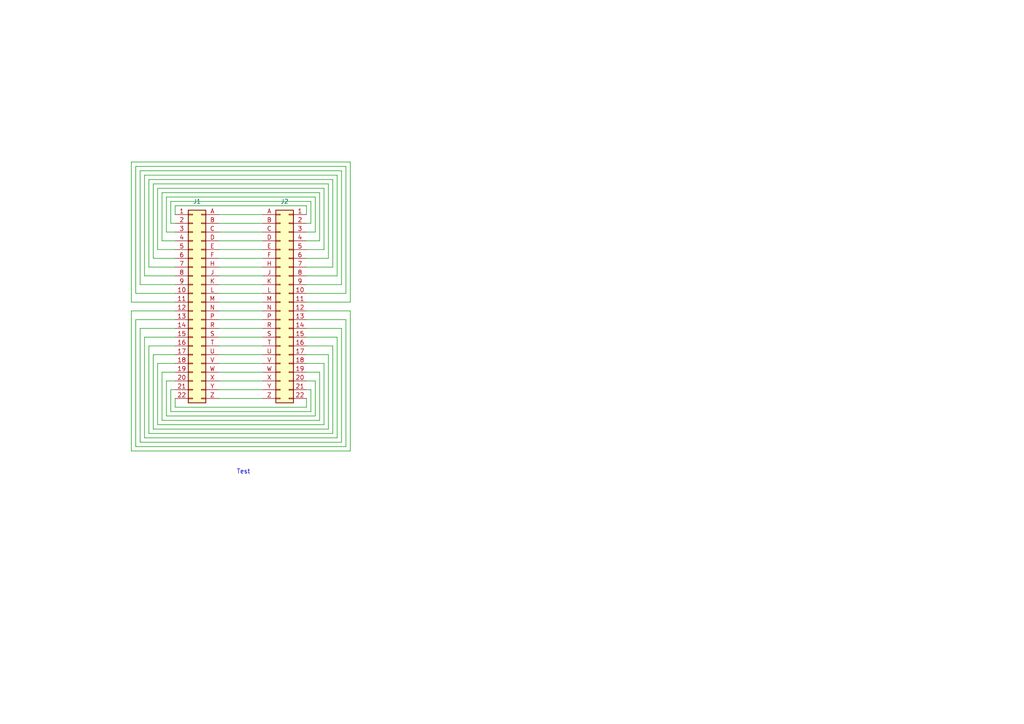
<source format=kicad_sch>
(kicad_sch (version 20231120) (generator "eeschema") (generator_version "8.0")
  (paper "A4")
  (lib_symbols
    (symbol "kim1:Application_Conn_02x22_Top_Bottom" (pin_names (offset 1.016) hide)
      (property "Reference" "J4" (at 1.27 29.21 0))
      (symbol "Application_Conn_02x22_Top_Bottom_1_1"
        (rectangle (start -1.27 -27.813) (end 0 -28.067) (stroke (width 0.1524)))
        (rectangle (start -1.27 -25.273) (end 0 -25.527) (stroke (width 0.1524)))
        (rectangle (start -1.27 -22.733) (end 0 -22.987) (stroke (width 0.1524)))
        (rectangle (start -1.27 -20.193) (end 0 -20.447) (stroke (width 0.1524)))
        (rectangle (start -1.27 -17.653) (end 0 -17.907) (stroke (width 0.1524)))
        (rectangle (start -1.27 -15.113) (end 0 -15.367) (stroke (width 0.1524)))
        (rectangle (start -1.27 -12.573) (end 0 -12.827) (stroke (width 0.1524)))
        (rectangle (start -1.27 -10.033) (end 0 -10.287) (stroke (width 0.1524)))
        (rectangle (start -1.27 -7.493) (end 0 -7.747) (stroke (width 0.1524)))
        (rectangle (start -1.27 -4.953) (end 0 -5.207) (stroke (width 0.1524)))
        (rectangle (start -1.27 -2.413) (end 0 -2.667) (stroke (width 0.1524)))
        (rectangle (start -1.27 0.127) (end 0 -0.127) (stroke (width 0.1524)))
        (rectangle (start -1.27 2.667) (end 0 2.413) (stroke (width 0.1524)))
        (rectangle (start -1.27 5.207) (end 0 4.953) (stroke (width 0.1524)))
        (rectangle (start -1.27 7.747) (end 0 7.493) (stroke (width 0.1524)))
        (rectangle (start -1.27 10.287) (end 0 10.033) (stroke (width 0.1524)))
        (rectangle (start -1.27 12.827) (end 0 12.573) (stroke (width 0.1524)))
        (rectangle (start -1.27 15.367) (end 0 15.113) (stroke (width 0.1524)))
        (rectangle (start -1.27 17.907) (end 0 17.653) (stroke (width 0.1524)))
        (rectangle (start -1.27 20.447) (end 0 20.193) (stroke (width 0.1524)))
        (rectangle (start -1.27 22.987) (end 0 22.733) (stroke (width 0.1524)))
        (rectangle (start -1.27 25.527) (end 0 25.273) (stroke (width 0.1524)))
        (rectangle (start -1.27 26.67) (end 3.81 -29.21) (stroke (width 0.254)) (fill (type background)))
        (rectangle (start 3.81 -27.813) (end 2.54 -28.067) (stroke (width 0.1524)))
        (rectangle (start 3.81 -25.273) (end 2.54 -25.527) (stroke (width 0.1524)))
        (rectangle (start 3.81 -22.733) (end 2.54 -22.987) (stroke (width 0.1524)))
        (rectangle (start 3.81 -20.193) (end 2.54 -20.447) (stroke (width 0.1524)))
        (rectangle (start 3.81 -17.653) (end 2.54 -17.907) (stroke (width 0.1524)))
        (rectangle (start 3.81 -15.113) (end 2.54 -15.367) (stroke (width 0.1524)))
        (rectangle (start 3.81 -12.573) (end 2.54 -12.827) (stroke (width 0.1524)))
        (rectangle (start 3.81 -10.033) (end 2.54 -10.287) (stroke (width 0.1524)))
        (rectangle (start 3.81 -7.493) (end 2.54 -7.747) (stroke (width 0.1524)))
        (rectangle (start 3.81 -4.953) (end 2.54 -5.207) (stroke (width 0.1524)))
        (rectangle (start 3.81 -2.413) (end 2.54 -2.667) (stroke (width 0.1524)))
        (rectangle (start 3.81 0.127) (end 2.54 -0.127) (stroke (width 0.1524)))
        (rectangle (start 3.81 2.667) (end 2.54 2.413) (stroke (width 0.1524)))
        (rectangle (start 3.81 5.207) (end 2.54 4.953) (stroke (width 0.1524)))
        (rectangle (start 3.81 7.747) (end 2.54 7.493) (stroke (width 0.1524)))
        (rectangle (start 3.81 10.287) (end 2.54 10.033) (stroke (width 0.1524)))
        (rectangle (start 3.81 12.827) (end 2.54 12.573) (stroke (width 0.1524)))
        (rectangle (start 3.81 15.367) (end 2.54 15.113) (stroke (width 0.1524)))
        (rectangle (start 3.81 17.907) (end 2.54 17.653) (stroke (width 0.1524)))
        (rectangle (start 3.81 20.447) (end 2.54 20.193) (stroke (width 0.1524)))
        (rectangle (start 3.81 22.987) (end 2.54 22.733) (stroke (width 0.1524)))
        (rectangle (start 3.81 25.527) (end 2.54 25.273) (stroke (width 0.1524)))
        (pin power_out line (at -5.08 25.4 0) (length 3.81) (name "Pin_1") (number "1"))
        (pin bidirectional line (at -5.08 2.54 0) (length 3.81) (name "Pin_10") (number "10"))
        (pin bidirectional line (at -5.08 0 0) (length 3.81) (name "Pin_11") (number "11"))
        (pin bidirectional line (at -5.08 -2.54 0) (length 3.81) (name "Pin_12") (number "12"))
        (pin bidirectional line (at -5.08 -5.08 0) (length 3.81) (name "Pin_13") (number "13"))
        (pin bidirectional line (at -5.08 -7.62 0) (length 3.81) (name "Pin_14") (number "14"))
        (pin bidirectional line (at -5.08 -10.16 0) (length 3.81) (name "Pin_15") (number "15"))
        (pin bidirectional line (at -5.08 -12.7 0) (length 3.81) (name "Pin_16") (number "16"))
        (pin bidirectional line (at -5.08 -15.24 0) (length 3.81) (name "Pin_17") (number "17"))
        (pin bidirectional line (at -5.08 -17.78 0) (length 3.81) (name "Pin_18") (number "18"))
        (pin bidirectional line (at -5.08 -20.32 0) (length 3.81) (name "Pin_19") (number "19"))
        (pin bidirectional line (at -5.08 22.86 0) (length 3.81) (name "Pin_2") (number "2"))
        (pin bidirectional line (at -5.08 -22.86 0) (length 3.81) (name "Pin_20") (number "20"))
        (pin bidirectional line (at -5.08 -25.4 0) (length 3.81) (name "Pin_21") (number "21"))
        (pin bidirectional line (at -5.08 -27.94 0) (length 3.81) (name "Pin_22") (number "22"))
        (pin bidirectional line (at -5.08 20.32 0) (length 3.81) (name "Pin_3") (number "3"))
        (pin bidirectional line (at -5.08 17.78 0) (length 3.81) (name "Pin_4") (number "4"))
        (pin bidirectional line (at -5.08 15.24 0) (length 3.81) (name "Pin_5") (number "5"))
        (pin bidirectional line (at -5.08 12.7 0) (length 3.81) (name "Pin_6") (number "6"))
        (pin bidirectional line (at -5.08 10.16 0) (length 3.81) (name "Pin_7") (number "7"))
        (pin bidirectional line (at -5.08 7.62 0) (length 3.81) (name "Pin_8") (number "8"))
        (pin bidirectional line (at -5.08 5.08 0) (length 3.81) (name "Pin_9") (number "9"))
        (pin bidirectional line (at 7.62 25.4 180) (length 3.81) (name "Pin_A") (number "A"))
        (pin bidirectional line (at 7.62 22.86 180) (length 3.81) (name "Pin_B") (number "B"))
        (pin bidirectional line (at 7.62 20.32 180) (length 3.81) (name "Pin_C") (number "C"))
        (pin bidirectional line (at 7.62 17.78 180) (length 3.81) (name "Pin_D") (number "D"))
        (pin bidirectional line (at 7.62 15.24 180) (length 3.81) (name "Pin_E") (number "E"))
        (pin bidirectional line (at 7.62 12.7 180) (length 3.81) (name "Pin_F") (number "F"))
        (pin bidirectional line (at 7.62 10.16 180) (length 3.81) (name "Pin_H") (number "H"))
        (pin bidirectional line (at 7.62 7.62 180) (length 3.81) (name "Pin_J") (number "J"))
        (pin bidirectional line (at 7.62 5.08 180) (length 3.81) (name "Pin_K") (number "K"))
        (pin bidirectional line (at 7.62 2.54 180) (length 3.81) (name "Pin_L") (number "L"))
        (pin bidirectional line (at 7.62 0 180) (length 3.81) (name "Pin_M") (number "M"))
        (pin bidirectional line (at 7.62 -2.54 180) (length 3.81) (name "Pin_N") (number "N"))
        (pin bidirectional line (at 7.62 -5.08 180) (length 3.81) (name "Pin_P") (number "P"))
        (pin bidirectional line (at 7.62 -7.62 180) (length 3.81) (name "Pin_R") (number "R"))
        (pin bidirectional line (at 7.62 -10.16 180) (length 3.81) (name "Pin_S") (number "S"))
        (pin bidirectional line (at 7.62 -12.7 180) (length 3.81) (name "Pin_T") (number "T"))
        (pin bidirectional line (at 7.62 -15.24 180) (length 3.81) (name "Pin_U") (number "U"))
        (pin bidirectional line (at 7.62 -17.78 180) (length 3.81) (name "Pin_V") (number "V"))
        (pin bidirectional line (at 7.62 -20.32 180) (length 3.81) (name "Pin_W") (number "W"))
        (pin bidirectional line (at 7.62 -22.86 180) (length 3.81) (name "Pin_X") (number "X"))
        (pin bidirectional line (at 7.62 -25.4 180) (length 3.81) (name "Pin_Y") (number "Y"))
        (pin bidirectional line (at 7.62 -27.94 180) (length 3.81) (name "Pin_Z") (number "Z"))
      )
    )
  )
  (wire (pts (xy 88.9 113.03) (xy 90.17 113.03)))
  (wire (pts (xy 45.72 54.61) (xy 45.72 72.39)))
  (wire (pts (xy 93.98 72.39) (xy 93.98 54.61)))
  (wire (pts (xy 101.6 130.81) (xy 38.1 130.81)))
  (wire (pts (xy 88.9 64.77) (xy 90.17 64.77)))
  (wire (pts (xy 50.8 62.23) (xy 50.8 59.69)))
  (wire (pts (xy 46.99 121.92) (xy 46.99 107.95)))
  (wire (pts (xy 49.53 113.03) (xy 50.8 113.03)))
  (wire (pts (xy 43.18 77.47) (xy 50.8 77.47)))
  (wire (pts (xy 41.91 97.79) (xy 41.91 127)))
  (wire (pts (xy 39.37 85.09) (xy 39.37 48.26)))
  (wire (pts (xy 97.79 50.8) (xy 97.79 80.01)))
  (wire (pts (xy 44.45 74.93) (xy 44.45 53.34)))
  (wire (pts (xy 93.98 105.41) (xy 88.9 105.41)))
  (wire (pts (xy 50.8 110.49) (xy 48.26 110.49)))
  (wire (pts (xy 63.5 80.01) (xy 76.2 80.01)))
  (wire (pts (xy 38.1 46.99) (xy 38.1 87.63)))
  (wire (pts (xy 91.44 67.31) (xy 91.44 57.15)))
  (wire (pts (xy 40.64 128.27) (xy 40.64 95.25)))
  (wire (pts (xy 88.9 102.87) (xy 95.25 102.87)))
  (wire (pts (xy 40.64 49.53) (xy 40.64 82.55)))
  (wire (pts (xy 38.1 90.17) (xy 50.8 90.17)))
  (wire (pts (xy 63.5 64.77) (xy 76.2 64.77)))
  (wire (pts (xy 63.5 115.57) (xy 76.2 115.57)))
  (wire (pts (xy 49.53 58.42) (xy 90.17 58.42)))
  (wire (pts (xy 44.45 124.46) (xy 44.45 102.87)))
  (wire (pts (xy 99.06 95.25) (xy 99.06 128.27)))
  (wire (pts (xy 63.5 87.63) (xy 76.2 87.63)))
  (wire (pts (xy 63.5 97.79) (xy 76.2 97.79)))
  (wire (pts (xy 100.33 48.26) (xy 100.33 85.09)))
  (wire (pts (xy 39.37 48.26) (xy 100.33 48.26)))
  (wire (pts (xy 63.5 69.85) (xy 76.2 69.85)))
  (wire (pts (xy 43.18 52.07) (xy 43.18 77.47)))
  (wire (pts (xy 63.5 100.33) (xy 76.2 100.33)))
  (wire (pts (xy 46.99 69.85) (xy 46.99 55.88)))
  (wire (pts (xy 99.06 128.27) (xy 40.64 128.27)))
  (wire (pts (xy 63.5 95.25) (xy 76.2 95.25)))
  (wire (pts (xy 40.64 95.25) (xy 50.8 95.25)))
  (wire (pts (xy 48.26 110.49) (xy 48.26 120.65)))
  (wire (pts (xy 63.5 85.09) (xy 76.2 85.09)))
  (wire (pts (xy 50.8 115.57) (xy 50.8 118.11)))
  (wire (pts (xy 100.33 92.71) (xy 88.9 92.71)))
  (wire (pts (xy 90.17 113.03) (xy 90.17 119.38)))
  (wire (pts (xy 50.8 59.69) (xy 88.9 59.69)))
  (wire (pts (xy 88.9 90.17) (xy 101.6 90.17)))
  (wire (pts (xy 96.52 125.73) (xy 96.52 100.33)))
  (wire (pts (xy 88.9 72.39) (xy 93.98 72.39)))
  (wire (pts (xy 50.8 80.01) (xy 41.91 80.01)))
  (wire (pts (xy 49.53 119.38) (xy 49.53 113.03)))
  (wire (pts (xy 46.99 55.88) (xy 92.71 55.88)))
  (wire (pts (xy 41.91 80.01) (xy 41.91 50.8)))
  (wire (pts (xy 39.37 92.71) (xy 39.37 129.54)))
  (wire (pts (xy 50.8 105.41) (xy 45.72 105.41)))
  (wire (pts (xy 88.9 74.93) (xy 95.25 74.93)))
  (wire (pts (xy 49.53 64.77) (xy 49.53 58.42)))
  (wire (pts (xy 101.6 90.17) (xy 101.6 130.81)))
  (wire (pts (xy 38.1 130.81) (xy 38.1 90.17)))
  (wire (pts (xy 50.8 64.77) (xy 49.53 64.77)))
  (wire (pts (xy 43.18 100.33) (xy 43.18 125.73)))
  (wire (pts (xy 90.17 58.42) (xy 90.17 64.77)))
  (wire (pts (xy 41.91 50.8) (xy 97.79 50.8)))
  (wire (pts (xy 92.71 107.95) (xy 92.71 121.92)))
  (wire (pts (xy 50.8 69.85) (xy 46.99 69.85)))
  (wire (pts (xy 44.45 53.34) (xy 95.25 53.34)))
  (wire (pts (xy 63.5 92.71) (xy 76.2 92.71)))
  (wire (pts (xy 63.5 110.49) (xy 76.2 110.49)))
  (wire (pts (xy 63.5 105.41) (xy 76.2 105.41)))
  (wire (pts (xy 38.1 87.63) (xy 50.8 87.63)))
  (wire (pts (xy 92.71 55.88) (xy 92.71 69.85)))
  (wire (pts (xy 96.52 77.47) (xy 96.52 52.07)))
  (wire (pts (xy 48.26 57.15) (xy 48.26 67.31)))
  (wire (pts (xy 96.52 100.33) (xy 88.9 100.33)))
  (wire (pts (xy 48.26 67.31) (xy 50.8 67.31)))
  (wire (pts (xy 91.44 110.49) (xy 88.9 110.49)))
  (wire (pts (xy 88.9 77.47) (xy 96.52 77.47)))
  (wire (pts (xy 95.25 124.46) (xy 44.45 124.46)))
  (wire (pts (xy 88.9 95.25) (xy 99.06 95.25)))
  (wire (pts (xy 63.5 74.93) (xy 76.2 74.93)))
  (wire (pts (xy 99.06 82.55) (xy 99.06 49.53)))
  (wire (pts (xy 45.72 123.19) (xy 93.98 123.19)))
  (wire (pts (xy 92.71 121.92) (xy 46.99 121.92)))
  (wire (pts (xy 50.8 92.71) (xy 39.37 92.71)))
  (wire (pts (xy 48.26 120.65) (xy 91.44 120.65)))
  (wire (pts (xy 101.6 87.63) (xy 101.6 46.99)))
  (wire (pts (xy 88.9 118.11) (xy 88.9 115.57)))
  (wire (pts (xy 88.9 67.31) (xy 91.44 67.31)))
  (wire (pts (xy 101.6 46.99) (xy 38.1 46.99)))
  (wire (pts (xy 96.52 52.07) (xy 43.18 52.07)))
  (wire (pts (xy 100.33 85.09) (xy 88.9 85.09)))
  (wire (pts (xy 88.9 82.55) (xy 99.06 82.55)))
  (wire (pts (xy 63.5 77.47) (xy 76.2 77.47)))
  (wire (pts (xy 46.99 107.95) (xy 50.8 107.95)))
  (wire (pts (xy 63.5 62.23) (xy 76.2 62.23)))
  (wire (pts (xy 40.64 82.55) (xy 50.8 82.55)))
  (wire (pts (xy 88.9 107.95) (xy 92.71 107.95)))
  (wire (pts (xy 99.06 49.53) (xy 40.64 49.53)))
  (wire (pts (xy 45.72 105.41) (xy 45.72 123.19)))
  (wire (pts (xy 50.8 74.93) (xy 44.45 74.93)))
  (wire (pts (xy 95.25 102.87) (xy 95.25 124.46)))
  (wire (pts (xy 63.5 107.95) (xy 76.2 107.95)))
  (wire (pts (xy 93.98 123.19) (xy 93.98 105.41)))
  (wire (pts (xy 88.9 59.69) (xy 88.9 62.23)))
  (wire (pts (xy 45.72 72.39) (xy 50.8 72.39)))
  (wire (pts (xy 91.44 57.15) (xy 48.26 57.15)))
  (wire (pts (xy 50.8 97.79) (xy 41.91 97.79)))
  (wire (pts (xy 39.37 129.54) (xy 100.33 129.54)))
  (wire (pts (xy 90.17 119.38) (xy 49.53 119.38)))
  (wire (pts (xy 97.79 127) (xy 97.79 97.79)))
  (wire (pts (xy 41.91 127) (xy 97.79 127)))
  (wire (pts (xy 63.5 102.87) (xy 76.2 102.87)))
  (wire (pts (xy 44.45 102.87) (xy 50.8 102.87)))
  (wire (pts (xy 88.9 87.63) (xy 101.6 87.63)))
  (wire (pts (xy 93.98 54.61) (xy 45.72 54.61)))
  (wire (pts (xy 63.5 82.55) (xy 76.2 82.55)))
  (wire (pts (xy 88.9 97.79) (xy 97.79 97.79)))
  (wire (pts (xy 88.9 69.85) (xy 92.71 69.85)))
  (wire (pts (xy 50.8 85.09) (xy 39.37 85.09)))
  (wire (pts (xy 50.8 100.33) (xy 43.18 100.33)))
  (wire (pts (xy 50.8 118.11) (xy 88.9 118.11)))
  (wire (pts (xy 63.5 90.17) (xy 76.2 90.17)))
  (wire (pts (xy 63.5 113.03) (xy 76.2 113.03)))
  (wire (pts (xy 95.25 53.34) (xy 95.25 74.93)))
  (wire (pts (xy 100.33 129.54) (xy 100.33 92.71)))
  (wire (pts (xy 97.79 80.01) (xy 88.9 80.01)))
  (wire (pts (xy 63.5 72.39) (xy 76.2 72.39)))
  (wire (pts (xy 43.18 125.73) (xy 96.52 125.73)))
  (wire (pts (xy 91.44 120.65) (xy 91.44 110.49)))
  (wire (pts (xy 63.5 67.31) (xy 76.2 67.31)))
  (text "Test\n" (at 70.612 136.906 0) (effects (font (size 1.27 1.27))))
  (symbol (lib_id "kim1:Application_Conn_02x22_Top_Bottom") (at 55.88 87.63 0) (unit 1)
    (property "Reference" "J1" (at 57.15 58.42 0))
    (property "Value" "Conn_02x22_Top_Bottom" (effects (hide yes)))
    (property "Footprint" "kim1:pcb_edge_connector_02x22_left" (effects (hide yes)))
    (property "Description" "Generic connector, double row, 02x22, top/bottom pin numbering scheme (row 1: 1...pins_per_row, row2: pins_per_row+1 ... num_pins), script generated (kicad-library-utils/schlib/autogen/connector/)" (effects (hide yes)))
  )
  (symbol (lib_id "kim1:Application_Conn_02x22_Top_Bottom") (at 83.82 87.63 0) (mirror y) (unit 1)
    (property "Reference" "J2" (at 82.55 58.42 0))
    (property "Value" "Conn_02x22_Top_Bottom" (effects (hide yes)))
    (property "Footprint" "kim1:pcb_edge_connector_02x22_right" (effects (hide yes)))
    (property "Description" "Generic connector, double row, 02x22, top/bottom pin numbering scheme (row 1: 1...pins_per_row, row2: pins_per_row+1 ... num_pins), script generated (kicad-library-utils/schlib/autogen/connector/)" (effects (hide yes)))
  )
)
</source>
